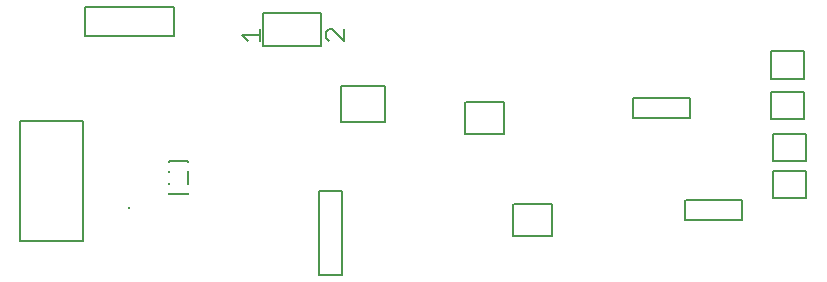
<source format=gto>
G75*
%MOIN*%
%OFA0B0*%
%FSLAX25Y25*%
%IPPOS*%
%LPD*%
%AMOC8*
5,1,8,0,0,1.08239X$1,22.5*
%
%ADD10C,0.00800*%
%ADD11C,0.00500*%
%ADD12C,0.00600*%
%ADD13R,0.00984X0.00984*%
D10*
X0084169Y0108189D02*
X0084169Y0119204D01*
X0103264Y0119204D01*
X0103264Y0108189D01*
X0084169Y0108189D01*
X0253327Y0106472D02*
X0253327Y0097378D01*
X0264343Y0097378D01*
X0264343Y0106472D01*
X0253327Y0106472D01*
X0253209Y0092889D02*
X0253209Y0083795D01*
X0264224Y0083795D01*
X0264224Y0092889D01*
X0253209Y0092889D01*
X0253878Y0078913D02*
X0253878Y0069819D01*
X0264894Y0069819D01*
X0264894Y0078913D01*
X0253878Y0078913D01*
X0253957Y0066669D02*
X0264972Y0066669D01*
X0264972Y0057574D01*
X0253957Y0057574D01*
X0253957Y0066669D01*
D11*
X0003165Y0083067D02*
X0003165Y0043067D01*
X0023953Y0043067D01*
X0023953Y0082870D01*
X0023874Y0083067D02*
X0003165Y0083067D01*
X0024622Y0111531D02*
X0054346Y0111531D01*
X0054346Y0121177D01*
X0024622Y0121177D01*
X0024622Y0120980D01*
X0024622Y0120586D01*
X0024622Y0111531D01*
X0076961Y0111904D02*
X0083067Y0111904D01*
X0083067Y0109869D02*
X0083067Y0113939D01*
X0078996Y0109869D02*
X0076961Y0111904D01*
X0104961Y0110887D02*
X0105979Y0109869D01*
X0104961Y0110887D02*
X0104961Y0112922D01*
X0105979Y0113939D01*
X0106996Y0113939D01*
X0111067Y0109869D01*
X0111067Y0113939D01*
X0110134Y0094720D02*
X0124701Y0094720D01*
X0124701Y0094523D02*
X0124701Y0082909D01*
X0109937Y0082909D01*
X0109937Y0094523D01*
X0110134Y0094523D01*
X0110134Y0094720D01*
X0151354Y0089563D02*
X0151354Y0078933D01*
X0164346Y0078933D01*
X0164346Y0089563D01*
X0151551Y0089563D01*
X0110331Y0059996D02*
X0102654Y0059996D01*
X0102654Y0032043D01*
X0110331Y0032043D01*
X0110331Y0059799D01*
X0167378Y0055508D02*
X0167378Y0044878D01*
X0180370Y0044878D01*
X0180370Y0055508D01*
X0167575Y0055508D01*
X0207299Y0084169D02*
X0207299Y0090862D01*
X0207496Y0090862D02*
X0226394Y0090862D01*
X0226394Y0084169D01*
X0207299Y0084169D01*
X0224740Y0057004D02*
X0224740Y0050311D01*
X0243835Y0050311D01*
X0243835Y0057004D01*
X0224937Y0057004D01*
D12*
X0059150Y0058767D02*
X0059150Y0059137D01*
X0059150Y0058767D02*
X0052772Y0058767D01*
X0052772Y0059137D01*
X0052772Y0062311D02*
X0052772Y0062681D01*
X0052772Y0066051D02*
X0052772Y0066421D01*
X0052772Y0069594D02*
X0052772Y0069964D01*
X0059150Y0069964D01*
X0059150Y0069594D01*
X0059150Y0066421D02*
X0059150Y0062311D01*
D13*
X0039504Y0054110D03*
M02*

</source>
